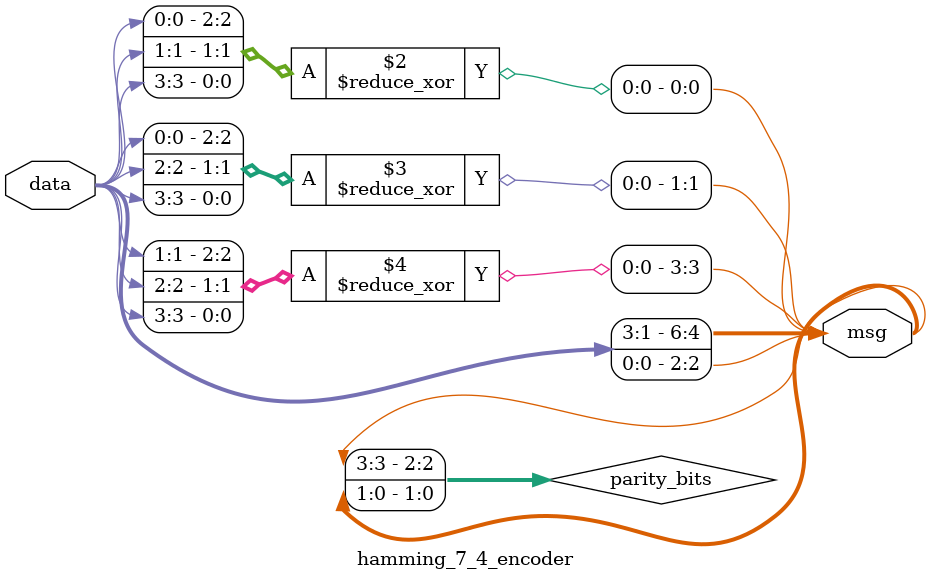
<source format=sv>
`timescale 1ns/1ps
`default_nettype none

module hamming_7_4_encoder(data, msg);

parameter P = 3;

input wire [2**P - P - 2:0] data;
output logic [2**P - 2:0] msg;

logic [2:0] parity_bits;

always_comb begin : set_parity_bits
    parity_bits[0] = ^({data[0], data[1], data[3]});
    parity_bits[1] = ^({data[0], data[2], data[3]});
    parity_bits[2] = ^({data[1], data[2], data[3]});
end

always_comb begin : create_msg
    msg = {data[3:1], parity_bits[2], data[0], parity_bits[1:0]};
end

endmodule
</source>
